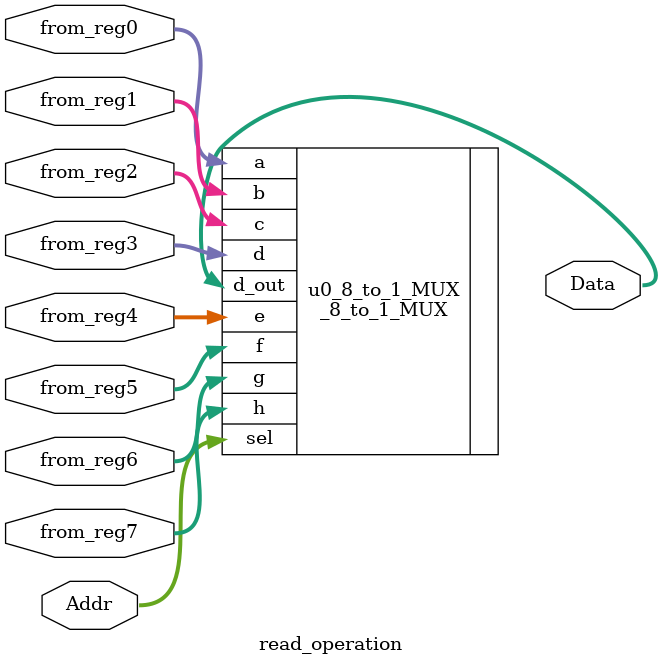
<source format=v>
module read_operation(Addr, Data, from_reg0, from_reg1, from_reg2, 
				from_reg3, from_reg4, from_reg5, from_reg6, from_reg7);
	input [31:0] from_reg0, from_reg1, from_reg2, from_reg3,
					 from_reg4, from_reg5, from_reg6, from_reg7;
	input [2:0] Addr;
	output [31:0] Data;
	
	_8_to_1_MUX u0_8_to_1_MUX(.a(from_reg0), .b(from_reg1), .c(from_reg2),
									  .d(from_reg3), .e(from_reg4), .f(from_reg5),
									  .g(from_reg6), .h(from_reg7), .sel(Addr),
									  .d_out(Data));
endmodule

</source>
